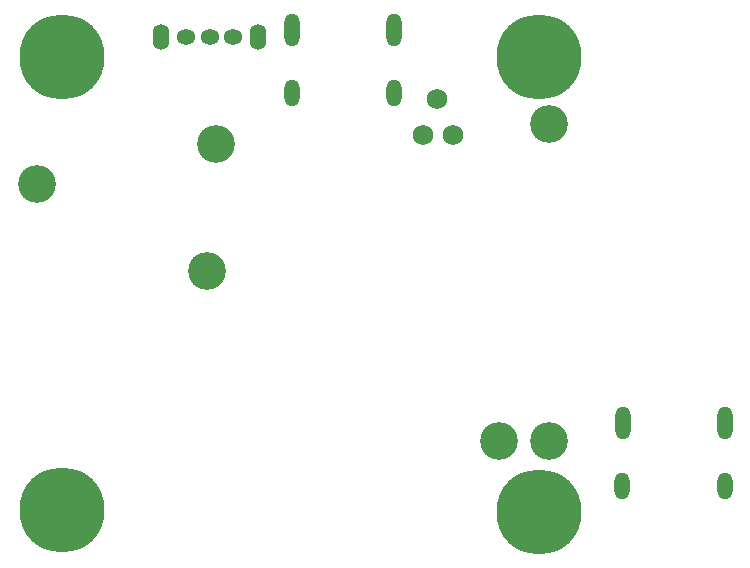
<source format=gbr>
%FSTAX23Y23*%
%MOIN*%
%SFA1B1*%

%IPPOS*%
%ADD64C,0.068000*%
%ADD65C,0.283591*%
%ADD66O,0.051307X0.090677*%
%ADD67O,0.051307X0.110362*%
%ADD68O,0.055240X0.086740*%
%ADD69O,0.063118X0.051307*%
%ADD70C,0.126110*%
%LNpcb_power_measurement_soldermask_bot-1*%
%LPD*%
G54D64*
X03662Y0313D03*
X03762D03*
X0371Y0325D03*
G54D65*
X02461Y0188D03*
X04049Y01875D03*
Y03393D03*
X02461D03*
G54D66*
X04328Y01962D03*
X04669D03*
X03567Y03272D03*
X03227D03*
G54D67*
X04329Y02173D03*
X04669D03*
X03568Y03482D03*
X03228D03*
G54D68*
X02791Y03459D03*
X03114D03*
G54D69*
X03031Y03459D03*
X02874D03*
X02952D03*
G54D70*
X02975Y031D03*
X03918Y02111D03*
X02945Y02677D03*
X02376Y02969D03*
X04085Y02111D03*
Y03169D03*
M02*
</source>
